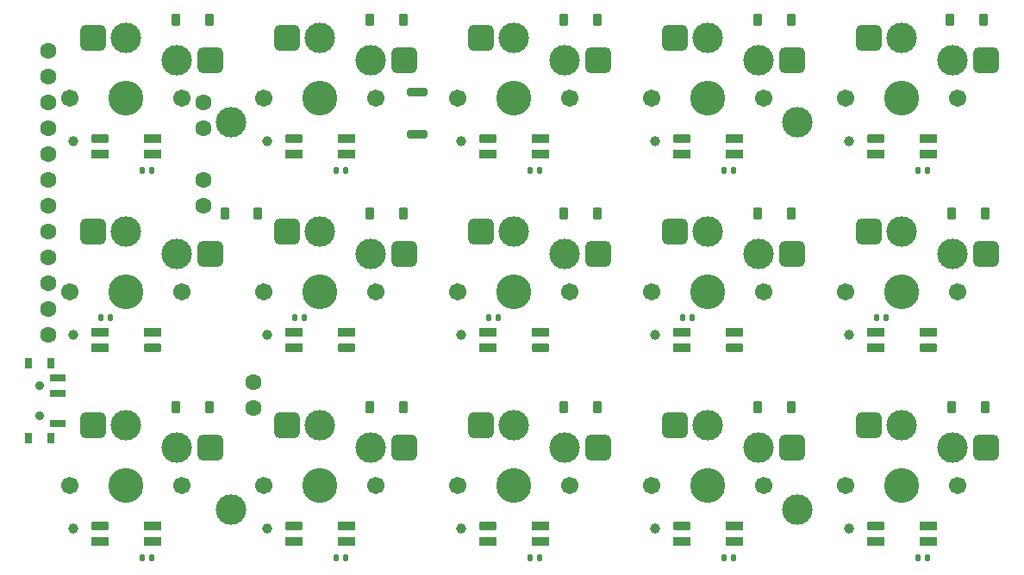
<source format=gbr>
%TF.GenerationSoftware,KiCad,Pcbnew,7.0.8*%
%TF.CreationDate,2023-12-01T15:01:34+01:00*%
%TF.ProjectId,briquet-rounded,62726971-7565-4742-9d72-6f756e646564,rev?*%
%TF.SameCoordinates,Original*%
%TF.FileFunction,Soldermask,Bot*%
%TF.FilePolarity,Negative*%
%FSLAX46Y46*%
G04 Gerber Fmt 4.6, Leading zero omitted, Abs format (unit mm)*
G04 Created by KiCad (PCBNEW 7.0.8) date 2023-12-01 15:01:34*
%MOMM*%
%LPD*%
G01*
G04 APERTURE LIST*
G04 Aperture macros list*
%AMRoundRect*
0 Rectangle with rounded corners*
0 $1 Rounding radius*
0 $2 $3 $4 $5 $6 $7 $8 $9 X,Y pos of 4 corners*
0 Add a 4 corners polygon primitive as box body*
4,1,4,$2,$3,$4,$5,$6,$7,$8,$9,$2,$3,0*
0 Add four circle primitives for the rounded corners*
1,1,$1+$1,$2,$3*
1,1,$1+$1,$4,$5*
1,1,$1+$1,$6,$7*
1,1,$1+$1,$8,$9*
0 Add four rect primitives between the rounded corners*
20,1,$1+$1,$2,$3,$4,$5,0*
20,1,$1+$1,$4,$5,$6,$7,0*
20,1,$1+$1,$6,$7,$8,$9,0*
20,1,$1+$1,$8,$9,$2,$3,0*%
G04 Aperture macros list end*
%ADD10C,3.000000*%
%ADD11C,1.600000*%
%ADD12R,1.700000X0.820000*%
%ADD13RoundRect,0.205000X0.645000X0.205000X-0.645000X0.205000X-0.645000X-0.205000X0.645000X-0.205000X0*%
%ADD14C,1.701800*%
%ADD15C,0.990600*%
%ADD16C,3.429000*%
%ADD17RoundRect,0.650000X-0.650000X-0.650000X0.650000X-0.650000X0.650000X0.650000X-0.650000X0.650000X0*%
%ADD18RoundRect,0.225000X-0.225000X-0.375000X0.225000X-0.375000X0.225000X0.375000X-0.225000X0.375000X0*%
%ADD19RoundRect,0.140000X0.140000X0.170000X-0.140000X0.170000X-0.140000X-0.170000X0.140000X-0.170000X0*%
%ADD20RoundRect,0.140000X-0.140000X-0.170000X0.140000X-0.170000X0.140000X0.170000X-0.140000X0.170000X0*%
%ADD21RoundRect,0.205000X-0.645000X-0.205000X0.645000X-0.205000X0.645000X0.205000X-0.645000X0.205000X0*%
%ADD22RoundRect,0.200000X-0.800000X0.200000X-0.800000X-0.200000X0.800000X-0.200000X0.800000X0.200000X0*%
%ADD23RoundRect,0.200000X0.800000X-0.200000X0.800000X0.200000X-0.800000X0.200000X-0.800000X-0.200000X0*%
%ADD24R,0.800000X1.000000*%
%ADD25C,0.900000*%
%ADD26R,1.500000X0.700000*%
G04 APERTURE END LIST*
D10*
%TO.C,H4*%
X161175000Y-88106250D03*
%TD*%
%TO.C,H3*%
X105525000Y-88106250D03*
%TD*%
%TO.C,H2*%
X161175000Y-50006250D03*
%TD*%
D11*
%TO.C,J1*%
X87600000Y-42924000D03*
X87600000Y-45464000D03*
X87600000Y-48004000D03*
X87600000Y-50544000D03*
X87600000Y-53084000D03*
X87600000Y-55624000D03*
X87600000Y-58164000D03*
X87600000Y-60704000D03*
X87600000Y-63244000D03*
X87600000Y-65784000D03*
X87600000Y-68324000D03*
X87600000Y-70864000D03*
X102840000Y-55624000D03*
X102840000Y-58164000D03*
X102840000Y-48004000D03*
X102840000Y-50544000D03*
%TD*%
D10*
%TO.C,H1*%
X105525000Y-50006250D03*
%TD*%
D12*
%TO.C,LED14*%
X154950000Y-91237502D03*
X154950000Y-89737502D03*
D13*
X149850000Y-89737502D03*
D12*
X149850000Y-91237502D03*
%TD*%
D14*
%TO.C,CHOC11*%
X89750000Y-85725000D03*
D15*
X90030000Y-89925000D03*
D16*
X95250000Y-85725000D03*
D10*
X95250000Y-79775000D03*
X100250000Y-81975000D03*
D14*
X100750000Y-85725000D03*
D17*
X103525000Y-81975000D03*
X91975000Y-79775000D03*
%TD*%
D12*
%TO.C,LED5*%
X174000000Y-53137500D03*
X174000000Y-51637500D03*
D13*
X168900000Y-51637500D03*
D12*
X168900000Y-53137500D03*
%TD*%
D18*
%TO.C,D6*%
X119199372Y-77986396D03*
X122499372Y-77986396D03*
%TD*%
D19*
%TO.C,C7*%
X112730579Y-69205485D03*
X111770579Y-69205485D03*
%TD*%
D14*
%TO.C,CHOC13*%
X127850001Y-85725001D03*
D15*
X128130001Y-89925001D03*
D16*
X133350001Y-85725001D03*
D10*
X133350001Y-79775001D03*
X138350001Y-81975001D03*
D14*
X138850001Y-85725001D03*
D17*
X141625001Y-81975001D03*
X130075001Y-79775001D03*
%TD*%
D12*
%TO.C,LED15*%
X174000000Y-91237502D03*
X174000000Y-89737502D03*
D13*
X168900000Y-89737502D03*
D12*
X168900000Y-91237502D03*
%TD*%
D20*
%TO.C,C1*%
X96820653Y-54769072D03*
X97780653Y-54769072D03*
%TD*%
D18*
%TO.C,D13*%
X176150000Y-39886172D03*
X179450000Y-39886172D03*
%TD*%
D14*
%TO.C,CHOC8*%
X127850001Y-66675001D03*
D15*
X128130001Y-70875001D03*
D16*
X133350001Y-66675001D03*
D10*
X133350001Y-60725001D03*
X138350001Y-62925001D03*
D14*
X138850001Y-66675001D03*
D17*
X141625001Y-62925001D03*
X130075001Y-60725001D03*
%TD*%
D12*
%TO.C,LED1*%
X97800000Y-53137500D03*
X97800000Y-51637500D03*
D13*
X92700000Y-51637500D03*
D12*
X92700000Y-53137500D03*
%TD*%
%TO.C,LED11*%
X97800560Y-91238032D03*
X97800560Y-89738032D03*
D13*
X92700560Y-89738032D03*
D12*
X92700560Y-91238032D03*
%TD*%
D20*
%TO.C,C12*%
X115870765Y-92869296D03*
X116830765Y-92869296D03*
%TD*%
D18*
%TO.C,D2*%
X104911564Y-58936284D03*
X108211564Y-58936284D03*
%TD*%
D12*
%TO.C,LED7*%
X149850000Y-70687502D03*
X149850000Y-72187502D03*
D21*
X154950000Y-72187502D03*
D12*
X154950000Y-70687502D03*
%TD*%
D22*
%TO.C,RST1*%
X123825728Y-47013570D03*
D23*
X123825728Y-51213570D03*
%TD*%
D18*
%TO.C,D11*%
X157299372Y-58936284D03*
X160599372Y-58936284D03*
%TD*%
D14*
%TO.C,CHOC1*%
X89750000Y-47624998D03*
D15*
X90030000Y-51824998D03*
D16*
X95250000Y-47624998D03*
D10*
X95250000Y-41674998D03*
X100250000Y-43874998D03*
D14*
X100750000Y-47624998D03*
D17*
X103525000Y-43874998D03*
X91975000Y-41674998D03*
%TD*%
D18*
%TO.C,D5*%
X119199148Y-58936284D03*
X122499148Y-58936284D03*
%TD*%
D20*
%TO.C,C11*%
X96820093Y-92868766D03*
X97780093Y-92868766D03*
%TD*%
%TO.C,C4*%
X153970989Y-54769072D03*
X154930989Y-54769072D03*
%TD*%
D18*
%TO.C,D7*%
X138249372Y-39886172D03*
X141549372Y-39886172D03*
%TD*%
D12*
%TO.C,LED6*%
X168900000Y-70687502D03*
X168900000Y-72187502D03*
D21*
X174000000Y-72187502D03*
D12*
X174000000Y-70687502D03*
%TD*%
D14*
%TO.C,CHOC9*%
X146900000Y-66675000D03*
D15*
X147180000Y-70875000D03*
D16*
X152400000Y-66675000D03*
D10*
X152400000Y-60725000D03*
X157400000Y-62925000D03*
D14*
X157900000Y-66675000D03*
D17*
X160675000Y-62925000D03*
X149125000Y-60725000D03*
%TD*%
D11*
%TO.C,J2*%
X107752196Y-75547500D03*
X107752196Y-78087500D03*
%TD*%
D14*
%TO.C,CHOC5*%
X165950001Y-47624999D03*
D15*
X166230001Y-51824999D03*
D16*
X171450001Y-47624999D03*
D10*
X171450001Y-41674999D03*
X176450001Y-43874999D03*
D14*
X176950001Y-47624999D03*
D17*
X179725001Y-43874999D03*
X168175001Y-41674999D03*
%TD*%
D18*
%TO.C,D3*%
X100149372Y-77986396D03*
X103449372Y-77986396D03*
%TD*%
D12*
%TO.C,LED10*%
X92700000Y-70687502D03*
X92700000Y-72187502D03*
D21*
X97800000Y-72187502D03*
D12*
X97800000Y-70687502D03*
%TD*%
D20*
%TO.C,C3*%
X134920877Y-54769072D03*
X135880877Y-54769072D03*
%TD*%
D14*
%TO.C,CHOC3*%
X127850000Y-47624998D03*
D15*
X128130000Y-51824998D03*
D16*
X133350000Y-47624998D03*
D10*
X133350000Y-41674998D03*
X138350000Y-43874998D03*
D14*
X138850000Y-47624998D03*
D17*
X141625000Y-43874998D03*
X130075000Y-41674998D03*
%TD*%
D12*
%TO.C,LED4*%
X154950000Y-53137500D03*
X154950000Y-51637500D03*
D13*
X149850000Y-51637500D03*
D12*
X149850000Y-53137500D03*
%TD*%
%TO.C,LED8*%
X130800000Y-70687502D03*
X130800000Y-72187502D03*
D21*
X135900000Y-72187502D03*
D12*
X135900000Y-70687502D03*
%TD*%
%TO.C,LED3*%
X135900000Y-53137500D03*
X135900000Y-51637500D03*
D13*
X130800000Y-51637500D03*
D12*
X130800000Y-53137500D03*
%TD*%
D14*
%TO.C,CHOC10*%
X165950000Y-66675000D03*
D15*
X166230000Y-70875000D03*
D16*
X171450000Y-66675000D03*
D10*
X171450000Y-60725000D03*
X176450000Y-62925000D03*
D14*
X176950000Y-66675000D03*
D17*
X179725000Y-62925000D03*
X168175000Y-60725000D03*
%TD*%
D12*
%TO.C,LED12*%
X116850672Y-91238032D03*
X116850672Y-89738032D03*
D13*
X111750672Y-89738032D03*
D12*
X111750672Y-91238032D03*
%TD*%
%TO.C,LED2*%
X116850000Y-53137500D03*
X116850000Y-51637500D03*
D13*
X111750000Y-51637500D03*
D12*
X111750000Y-53137500D03*
%TD*%
D18*
%TO.C,D9*%
X138249372Y-77986396D03*
X141549372Y-77986396D03*
%TD*%
D20*
%TO.C,C2*%
X115870765Y-54769072D03*
X116830765Y-54769072D03*
%TD*%
D14*
%TO.C,CHOC2*%
X108800000Y-47624998D03*
D15*
X109080000Y-51824998D03*
D16*
X114300000Y-47624998D03*
D10*
X114300000Y-41674998D03*
X119300000Y-43874998D03*
D14*
X119800000Y-47624998D03*
D17*
X122575000Y-43874998D03*
X111025000Y-41674998D03*
%TD*%
D18*
%TO.C,D15*%
X176349484Y-77986396D03*
X179649484Y-77986396D03*
%TD*%
D19*
%TO.C,C8*%
X131780691Y-69205485D03*
X130820691Y-69205485D03*
%TD*%
D14*
%TO.C,CHOC15*%
X165950000Y-85725000D03*
D15*
X166230000Y-89925000D03*
D16*
X171450000Y-85725000D03*
D10*
X171450000Y-79775000D03*
X176450000Y-81975000D03*
D14*
X176950000Y-85725000D03*
D17*
X179725000Y-81975000D03*
X168175000Y-79775000D03*
%TD*%
D20*
%TO.C,C14*%
X153970989Y-92869296D03*
X154930989Y-92869296D03*
%TD*%
D14*
%TO.C,CHOC4*%
X146900000Y-47624998D03*
D15*
X147180000Y-51824998D03*
D16*
X152400000Y-47624998D03*
D10*
X152400000Y-41674998D03*
X157400000Y-43874998D03*
D14*
X157900000Y-47624998D03*
D17*
X160675000Y-43874998D03*
X149125000Y-41674998D03*
%TD*%
D24*
%TO.C,SW13*%
X87860000Y-81041080D03*
X85650000Y-81041080D03*
D25*
X86750000Y-78891080D03*
X86750000Y-75891080D03*
D24*
X87860000Y-73741080D03*
X85650000Y-73741080D03*
D26*
X88510000Y-79641080D03*
X88510000Y-76641080D03*
X88510000Y-75141080D03*
%TD*%
D19*
%TO.C,C9*%
X150830803Y-69219079D03*
X149870803Y-69219079D03*
%TD*%
D18*
%TO.C,D10*%
X157299372Y-39886172D03*
X160599372Y-39886172D03*
%TD*%
D14*
%TO.C,CHOC7*%
X108800000Y-66675000D03*
D15*
X109080000Y-70875000D03*
D16*
X114300000Y-66675000D03*
D10*
X114300000Y-60725000D03*
X119300000Y-62925000D03*
D14*
X119800000Y-66675000D03*
D17*
X122575000Y-62925000D03*
X111025000Y-60725000D03*
%TD*%
D12*
%TO.C,LED9*%
X111750000Y-70687502D03*
X111750000Y-72187502D03*
D21*
X116850000Y-72187502D03*
D12*
X116850000Y-70687502D03*
%TD*%
D20*
%TO.C,C15*%
X173021101Y-92869296D03*
X173981101Y-92869296D03*
%TD*%
D12*
%TO.C,LED13*%
X135900000Y-91237502D03*
X135900000Y-89737502D03*
D13*
X130800000Y-89737502D03*
D12*
X130800000Y-91237502D03*
%TD*%
D19*
%TO.C,C10*%
X169880915Y-69205485D03*
X168920915Y-69205485D03*
%TD*%
D20*
%TO.C,C5*%
X173021101Y-54769072D03*
X173981101Y-54769072D03*
%TD*%
D18*
%TO.C,D12*%
X157299372Y-77986396D03*
X160599372Y-77986396D03*
%TD*%
D14*
%TO.C,CHOC6*%
X89750000Y-66675000D03*
D15*
X90030000Y-70875000D03*
D16*
X95250000Y-66675000D03*
D10*
X95250000Y-60725000D03*
X100250000Y-62925000D03*
D14*
X100750000Y-66675000D03*
D17*
X103525000Y-62925000D03*
X91975000Y-60725000D03*
%TD*%
D14*
%TO.C,CHOC14*%
X146900001Y-85725001D03*
D15*
X147180001Y-89925001D03*
D16*
X152400001Y-85725001D03*
D10*
X152400001Y-79775001D03*
X157400001Y-81975001D03*
D14*
X157900001Y-85725001D03*
D17*
X160675001Y-81975001D03*
X149125001Y-79775001D03*
%TD*%
D20*
%TO.C,C13*%
X134920877Y-92869296D03*
X135880877Y-92869296D03*
%TD*%
D18*
%TO.C,D4*%
X119199372Y-39886172D03*
X122499372Y-39886172D03*
%TD*%
%TO.C,D8*%
X138249260Y-58936284D03*
X141549260Y-58936284D03*
%TD*%
%TO.C,D1*%
X100149372Y-39886172D03*
X103449372Y-39886172D03*
%TD*%
D19*
%TO.C,C6*%
X93680467Y-69205485D03*
X92720467Y-69205485D03*
%TD*%
D14*
%TO.C,CHOC12*%
X108800000Y-85725000D03*
D15*
X109080000Y-89925000D03*
D16*
X114300000Y-85725000D03*
D10*
X114300000Y-79775000D03*
X119300000Y-81975000D03*
D14*
X119800000Y-85725000D03*
D17*
X122575000Y-81975000D03*
X111025000Y-79775000D03*
%TD*%
D18*
%TO.C,D14*%
X176349484Y-58936284D03*
X179649484Y-58936284D03*
%TD*%
M02*

</source>
